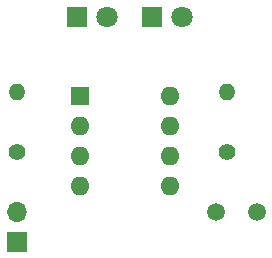
<source format=gbr>
%TF.GenerationSoftware,KiCad,Pcbnew,(5.1.9)-1*%
%TF.CreationDate,2021-03-23T19:31:55+05:30*%
%TF.ProjectId,automatic traffic signal,6175746f-6d61-4746-9963-207472616666,rev?*%
%TF.SameCoordinates,Original*%
%TF.FileFunction,Soldermask,Top*%
%TF.FilePolarity,Negative*%
%FSLAX46Y46*%
G04 Gerber Fmt 4.6, Leading zero omitted, Abs format (unit mm)*
G04 Created by KiCad (PCBNEW (5.1.9)-1) date 2021-03-23 19:31:55*
%MOMM*%
%LPD*%
G01*
G04 APERTURE LIST*
%ADD10O,1.700000X1.700000*%
%ADD11R,1.700000X1.700000*%
%ADD12O,1.600000X1.600000*%
%ADD13R,1.600000X1.600000*%
%ADD14O,1.400000X1.400000*%
%ADD15C,1.400000*%
%ADD16C,1.500000*%
%ADD17C,1.800000*%
%ADD18R,1.800000X1.800000*%
G04 APERTURE END LIST*
D10*
%TO.C,VCC1*%
X124460000Y-90170000D03*
D11*
X124460000Y-92710000D03*
%TD*%
D12*
%TO.C,U1*%
X137465001Y-80365001D03*
X129845001Y-87985001D03*
X137465001Y-82905001D03*
X129845001Y-85445001D03*
X137465001Y-85445001D03*
X129845001Y-82905001D03*
X137465001Y-87985001D03*
D13*
X129845001Y-80365001D03*
%TD*%
D14*
%TO.C,R3*%
X142240000Y-80010000D03*
D15*
X142240000Y-85090000D03*
%TD*%
D14*
%TO.C,R2*%
X124460000Y-80010000D03*
D15*
X124460000Y-85090000D03*
%TD*%
D16*
%TO.C,R1*%
X141380000Y-90170000D03*
X144780000Y-90170000D03*
%TD*%
D17*
%TO.C,D2*%
X132080000Y-73660000D03*
D18*
X129540000Y-73660000D03*
%TD*%
D17*
%TO.C,D1*%
X138430000Y-73660000D03*
D18*
X135890000Y-73660000D03*
%TD*%
M02*

</source>
